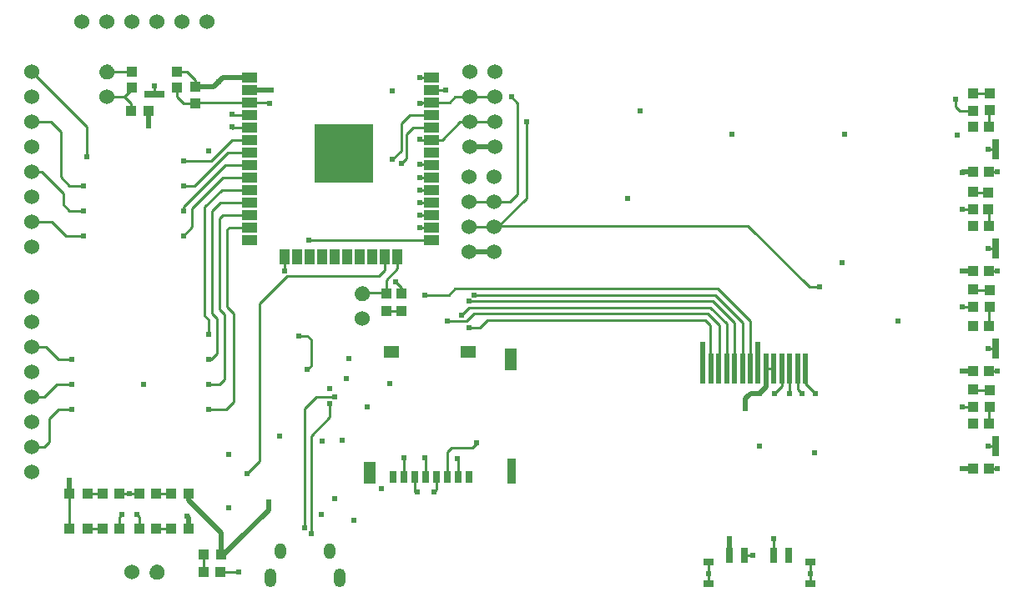
<source format=gtl>
G04 Layer: TopLayer*
G04 EasyEDA v6.5.39, 2024-01-10 14:41:16*
G04 52a2ae1d1fff4fd0b89a8512cd0fdb0d,3d9c8b04885e45b7839bd8e85c0fd600,10*
G04 Gerber Generator version 0.2*
G04 Scale: 100 percent, Rotated: No, Reflected: No *
G04 Dimensions in millimeters *
G04 leading zeros omitted , absolute positions ,4 integer and 5 decimal *
%FSLAX45Y45*%
%MOMM*%

%AMMACRO1*4,1,4,-0.2501,1.5,0.2501,1.5,0.2501,-1.5,-0.2501,-1.5,-0.2501,1.5,0*%
%AMMACRO2*4,1,4,-0.2499,1.5,0.2499,1.5,0.2499,-1.5,-0.2499,-1.5,-0.2499,1.5,0*%
%ADD10C,0.2540*%
%ADD11C,0.5000*%
%ADD12R,1.0008X1.0998*%
%ADD13R,1.0000X1.1000*%
%ADD14R,0.9906X1.0922*%
%ADD15MACRO1*%
%ADD16MACRO2*%
%ADD17R,1.0922X0.9906*%
%ADD18R,1.1000X1.0000*%
%ADD19R,1.5011X1.0008*%
%ADD20R,1.0008X1.5011*%
%ADD21R,5.9995X5.9995*%
%ADD22R,0.8000X1.2400*%
%ADD23R,0.9500X2.5000*%
%ADD24R,1.1500X2.2000*%
%ADD25R,1.5000X1.1500*%
%ADD26R,0.7000X1.5000*%
%ADD27R,1.0000X0.8000*%
%ADD28R,1.0000X1.0000*%
%ADD29R,2.0000X0.7000*%
%ADD30R,0.7000X2.0000*%
%ADD31O,1.199896X1.5999968*%
%ADD32O,1.199896X1.8999962*%
%ADD33C,1.5240*%
%ADD34C,0.6096*%
%ADD35C,0.3000*%
%ADD36C,0.0153*%

%LPD*%
D10*
X5613400Y801623D02*
G01*
X5474715Y801623D01*
X5435600Y840739D01*
X5435600Y916939D01*
D11*
X-3556000Y-2946400D02*
G01*
X-3554374Y-2948025D01*
X-3554374Y-3083560D01*
X-2345689Y-3439160D02*
G01*
X-2345689Y-3331210D01*
X-2362200Y-3314700D01*
X-2755900Y647700D02*
G01*
X-2750286Y653313D01*
X-2750286Y800735D01*
X762000Y434339D02*
G01*
X508000Y434339D01*
X749300Y-632460D02*
G01*
X495300Y-632460D01*
X-1511300Y1016000D02*
G01*
X-1729740Y1016000D01*
X3327400Y-2095500D02*
G01*
X3302000Y-2120900D01*
X3302000Y-2222500D01*
X3441700Y-2067560D02*
G01*
X3355340Y-2067560D01*
X3327400Y-2095500D01*
X3136900Y-3543300D02*
G01*
X3141700Y-3548100D01*
X3141700Y-3715763D01*
X5499100Y177800D02*
G01*
X5500243Y178943D01*
X5611495Y178943D01*
X5499100Y-825500D02*
G01*
X5500243Y-824356D01*
X5611495Y-824356D01*
X5499100Y-1841500D02*
G01*
X5500243Y-1840356D01*
X5611495Y-1840356D01*
X5499100Y-2832100D02*
G01*
X5500243Y-2830956D01*
X5611495Y-2830956D01*
X-2345689Y-3083560D02*
G01*
X-2345689Y-3153410D01*
X-2018284Y-3480815D01*
X-2018284Y-3705860D01*
D10*
X-358140Y-683260D02*
G01*
X-358140Y-815339D01*
X-419100Y-876300D01*
X-1346200Y-876300D01*
X-1625600Y-1155700D01*
X-1625600Y-2755900D01*
X-1752600Y-2882900D01*
X119379Y-508000D02*
G01*
X-1130300Y-508000D01*
X495300Y-1397000D02*
G01*
X607059Y-1397000D01*
X683259Y-1320800D01*
X2895600Y-1320800D01*
X2946400Y-1371600D01*
X2946400Y-1809750D01*
X2950972Y-1814322D01*
X279400Y-1333500D02*
G01*
X469900Y-1333500D01*
X546100Y-1257300D01*
X2921000Y-1257300D01*
X3035300Y-1371600D01*
X3035300Y-1810004D01*
X3030981Y-1814322D01*
X419100Y-1270000D02*
G01*
X495300Y-1193800D01*
X2946400Y-1193800D01*
X3111500Y-1358900D01*
X3111500Y-1814322D01*
X495300Y-1130300D02*
G01*
X2971800Y-1130300D01*
X3187700Y-1346200D01*
X3187700Y-1811273D01*
X3191002Y-1814322D01*
X546100Y-1066800D02*
G01*
X2997200Y-1066800D01*
X3276600Y-1346200D01*
X3276600Y-1808734D01*
X3271011Y-1814322D01*
X50800Y-1066800D02*
G01*
X292100Y-1066800D01*
X355600Y-1003300D01*
X3022600Y-1003300D01*
X3352800Y-1333500D01*
X3352800Y-1814322D01*
X571500Y-2565400D02*
G01*
X571500Y-2578100D01*
X533400Y-2616200D01*
X317500Y-2616200D01*
X275081Y-2658618D01*
X275081Y-2918460D01*
X381000Y-2730500D02*
G01*
X385292Y-2734792D01*
X385292Y-2918460D01*
X50800Y-2717800D02*
G01*
X55295Y-2722295D01*
X55295Y-2918460D01*
X-165100Y-2717800D02*
G01*
X-164693Y-2718206D01*
X-164693Y-2918460D01*
X-342900Y-1054100D02*
G01*
X-342900Y-914400D01*
X-231140Y-802639D01*
X-231140Y-683260D01*
X-190500Y-1057910D02*
G01*
X-190500Y-990600D01*
X-254000Y-927100D01*
X119379Y-381000D02*
G01*
X0Y-381000D01*
X119379Y-254000D02*
G01*
X0Y-254000D01*
X119379Y-127000D02*
G01*
X0Y-127000D01*
X119379Y0D02*
G01*
X0Y0D01*
X119379Y127000D02*
G01*
X0Y127000D01*
X119385Y253997D02*
G01*
X116842Y256539D01*
X0Y256539D01*
X119379Y1016000D02*
G01*
X264159Y1016000D01*
X-1524000Y878839D02*
G01*
X-1534157Y888997D01*
X-1729742Y888997D01*
X-190500Y269239D02*
G01*
X-139700Y320039D01*
X-139700Y561339D01*
X-66040Y635000D01*
X119379Y635000D01*
X119379Y762000D02*
G01*
X-104140Y762000D01*
X-190500Y675639D01*
X-190500Y396239D01*
X-279400Y307339D01*
X-1374140Y-683260D02*
G01*
X-1374140Y-822960D01*
X119379Y1143000D02*
G01*
X0Y1143000D01*
X-1143000Y-1826260D02*
G01*
X-1104900Y-1788160D01*
X-1104900Y-1521460D01*
X-1143000Y-1483360D01*
X-1231900Y-1483360D01*
X-3049092Y-3439160D02*
G01*
X-3049092Y-3325952D01*
X-3022600Y-3299460D01*
X-2850972Y-3439160D02*
G01*
X-2850972Y-3318687D01*
X-2870200Y-3299460D01*
X-1103375Y-3489960D02*
G01*
X-1103375Y-2497836D01*
X-914400Y-2308860D01*
X-914400Y-2169160D01*
X-1168400Y-3429000D02*
G01*
X-1168400Y-2219960D01*
X-1054100Y-2105660D01*
X-863600Y-2105660D01*
X-1841500Y-3883660D02*
G01*
X-2023110Y-3883660D01*
D11*
X-1866900Y-3578860D02*
G01*
X-1993900Y-3705860D01*
X-2018284Y-3705860D01*
X-1536700Y-3172460D02*
G01*
X-1536700Y-3251200D01*
X-1864360Y-3578860D01*
X-1866900Y-3578860D01*
D10*
X-54711Y-2918460D02*
G01*
X-54711Y-3066948D01*
X-50800Y-3070860D01*
X-27942Y-3070860D01*
X165303Y-2918460D02*
G01*
X165303Y-3045256D01*
X139700Y-3070860D01*
X-2692400Y965835D02*
G01*
X-2692400Y1056639D01*
D11*
X-2044700Y1094739D02*
G01*
X-2095500Y1043939D01*
X-2279980Y1043939D01*
X-1729740Y1143000D02*
G01*
X-1996439Y1143000D01*
X-2044700Y1094739D01*
D10*
X-2680792Y-3083560D02*
G01*
X-2525674Y-3083560D01*
X-2198192Y-3705860D02*
G01*
X-2193287Y-3710764D01*
X-2193287Y-3883660D01*
X-342900Y-1043373D02*
G01*
X-572355Y-1043373D01*
X-584200Y-1055217D01*
X-2462403Y1198244D02*
G01*
X-2362200Y1198244D01*
X-2279980Y1116025D01*
X-2279980Y1043939D01*
X-3937000Y-2613660D02*
G01*
X-3810000Y-2613660D01*
X-3759200Y-2562860D01*
X-3759200Y-2321560D01*
X-3670300Y-2232660D01*
X-3530600Y-2232660D01*
X-3937000Y-2105660D02*
G01*
X-3810000Y-2105660D01*
X-3683000Y-1978660D01*
X-3530600Y-1978660D01*
X-3937000Y-1597660D02*
G01*
X-3797300Y-1597660D01*
X-3670300Y-1724660D01*
X-3530600Y-1724660D01*
X-1729740Y-381000D02*
G01*
X-1932939Y-381000D01*
X-1955800Y-403860D01*
X-1955800Y-1191260D01*
X-1892300Y-1254760D01*
X-1892300Y-2156460D01*
X-1968500Y-2232660D01*
X-2146300Y-2232660D01*
X-1729740Y-254000D02*
G01*
X-1996439Y-254000D01*
X-2032000Y-289560D01*
X-2032000Y-1216660D01*
X-1981200Y-1267460D01*
X-1981200Y-1927860D01*
X-2032000Y-1978660D01*
X-2146300Y-1978660D01*
X-1729740Y-127000D02*
G01*
X-2021839Y-127000D01*
X-2108200Y-213360D01*
X-2108200Y-1254760D01*
X-2057400Y-1305560D01*
X-2057400Y-1661160D01*
X-2120900Y-1724660D01*
X-2146300Y-1724660D01*
X5843904Y-2600960D02*
G01*
X5765800Y-2600960D01*
X5843904Y408939D02*
G01*
X5765800Y408939D01*
X5843904Y-594360D02*
G01*
X5765800Y-594360D01*
X5843904Y-1610360D02*
G01*
X5765800Y-1610360D01*
X5613400Y-2207260D02*
G01*
X5499100Y-2207260D01*
X5613400Y-201777D02*
G01*
X5499100Y-201777D01*
X5613400Y-1191260D02*
G01*
X5499100Y-1191260D01*
X3291687Y-3715765D02*
G01*
X3378200Y-3715765D01*
X2926689Y-3896360D02*
G01*
X2926689Y-4000754D01*
X2926689Y-3780764D02*
G01*
X2926689Y-3896360D01*
X3956684Y-3896360D02*
G01*
X3956684Y-4000754D01*
X3956684Y-3780764D02*
G01*
X3956684Y-3896360D01*
X3591686Y-3715765D02*
G01*
X3591686Y-3540760D01*
D11*
X2870911Y-1814347D02*
G01*
X2870911Y-1572260D01*
X3430904Y-1814347D02*
G01*
X3430904Y-1572260D01*
X3510889Y-1814347D02*
G01*
X3510889Y-1998370D01*
X3441700Y-2067560D01*
D10*
X3590899Y-1814347D02*
G01*
X3510889Y-1814347D01*
X3670909Y-1814347D02*
G01*
X3670300Y-1991360D01*
X3594100Y-2067560D01*
X3750894Y-1814347D02*
G01*
X3750894Y-2067560D01*
X3830904Y-1814347D02*
G01*
X3830904Y-2024964D01*
X3873500Y-2067560D01*
X3910888Y-1814347D02*
G01*
X3910888Y-1965248D01*
X4013200Y-2067560D01*
X5771515Y-2830956D02*
G01*
X5854700Y-2830956D01*
X5771515Y-1840356D02*
G01*
X5854700Y-1840356D01*
X5771515Y-824356D02*
G01*
X5854700Y-824356D01*
X5771515Y178943D02*
G01*
X5854700Y178943D01*
X5778500Y-2203450D02*
G01*
X5771515Y-2210435D01*
X5771515Y-2370963D01*
X5613400Y-2027250D02*
G01*
X5619419Y-2033270D01*
X5778500Y-2033270D01*
X5778500Y-1186357D02*
G01*
X5771515Y-1193342D01*
X5771515Y-1380363D01*
X5613400Y-1011250D02*
G01*
X5618327Y-1016177D01*
X5778500Y-1016177D01*
X5765800Y-196850D02*
G01*
X5771515Y-202564D01*
X5771515Y-364363D01*
X5613400Y-21767D02*
G01*
X5618302Y-26670D01*
X5765800Y-26670D01*
X5778500Y806450D02*
G01*
X5771515Y799464D01*
X5771515Y638936D01*
X5613400Y981532D02*
G01*
X5618302Y976629D01*
X5778500Y976629D01*
X800173Y-365686D02*
G01*
X3327326Y-365686D01*
X3949700Y-988060D01*
X4051300Y-988060D01*
X749300Y-378460D02*
G01*
X495300Y-378460D01*
X749300Y-124460D02*
G01*
X495300Y-124460D01*
X1079500Y688339D02*
G01*
X1079500Y-86360D01*
X787400Y-378460D01*
X749300Y-378460D01*
X927100Y942339D02*
G01*
X990600Y878839D01*
X990600Y-48260D01*
X914400Y-124460D01*
X749300Y-124460D01*
X508000Y688339D02*
G01*
X762000Y688339D01*
X508000Y942339D02*
G01*
X762000Y942339D01*
X508000Y688339D02*
G01*
X406400Y688339D01*
X226059Y508000D01*
X119379Y508000D01*
X508000Y942339D02*
G01*
X355600Y942339D01*
X302259Y889000D01*
X119379Y889000D01*
X12700Y510539D02*
G01*
X15240Y508000D01*
X119379Y508000D01*
X12700Y878839D02*
G01*
X22859Y889000D01*
X119379Y889000D01*
X-3416300Y-467360D02*
G01*
X-3594100Y-467360D01*
X-3733800Y-327660D01*
X-3937000Y-327660D01*
X-3416300Y-213360D02*
G01*
X-3556000Y-213360D01*
X-3619500Y-149860D01*
X-3619500Y-35560D01*
X-3835400Y180339D01*
X-3937000Y180339D01*
X-3416300Y40639D02*
G01*
X-3556000Y40639D01*
X-3644900Y129539D01*
X-3644900Y586739D01*
X-3746500Y688339D01*
X-3937000Y688339D01*
X-3378200Y332739D02*
G01*
X-3378200Y637539D01*
X-3937000Y1196339D01*
X-2400300Y-467360D02*
G01*
X-2311400Y-378460D01*
X-2311400Y-187960D01*
X-1996439Y127000D01*
X-1729740Y127000D01*
X-1905000Y624839D02*
G01*
X-1894839Y635000D01*
X-1729740Y635000D01*
X-1905000Y764539D02*
G01*
X-1902460Y762000D01*
X-1729740Y762000D01*
X-2279980Y876300D02*
G01*
X-2267280Y889000D01*
X-1729740Y889000D01*
X-2462403Y1038225D02*
G01*
X-2462403Y942339D01*
X-2396362Y876300D01*
X-2279980Y876300D01*
X-2997200Y942339D02*
G01*
X-2930296Y875436D01*
X-2930296Y800735D01*
X-3175000Y942339D02*
G01*
X-2997200Y942339D01*
X-2922396Y1017143D01*
X-2922396Y1038225D01*
X-3175000Y1196339D02*
G01*
X-2922270Y1198118D01*
X-342900Y-1234132D02*
G01*
X-336859Y-1228087D01*
X-190500Y-1228087D01*
X-2525674Y-3439160D02*
G01*
X-2680792Y-3439160D01*
X-3374392Y-3439160D02*
G01*
X-3219269Y-3439160D01*
X-3554374Y-3083560D02*
G01*
X-3554374Y-3439160D01*
X-3374392Y-3083560D02*
G01*
X-3219269Y-3083560D01*
X-3049092Y-3083560D02*
G01*
X-2946400Y-3083560D01*
X-2946400Y-3083560D02*
G01*
X-2850969Y-3083560D01*
X-2400300Y40639D02*
G01*
X-2286000Y40639D01*
X-1945639Y381000D01*
X-1729740Y381000D01*
X-2400300Y-213360D02*
G01*
X-2400300Y-175260D01*
X-1971039Y254000D01*
X-1729740Y254000D01*
X-2400300Y294639D02*
G01*
X-2120900Y294639D01*
X-1907539Y508000D01*
X-1729740Y508000D01*
X-1729740Y0D02*
G01*
X-2009139Y0D01*
X-2184400Y-175260D01*
X-2184400Y-1280160D01*
X-2146300Y-1318260D01*
X-2146300Y-1470660D01*
D12*
G01*
X-2279980Y1043939D03*
G01*
X-2279980Y876300D03*
D13*
G01*
X-2750286Y800735D03*
G01*
X-2930296Y800735D03*
D14*
G01*
X-190500Y-1228089D03*
G01*
X-190500Y-1057910D03*
G01*
X5778500Y806450D03*
G01*
X5778500Y976629D03*
D15*
G01*
X2870898Y-1814360D03*
D16*
G01*
X2950895Y-1814360D03*
G01*
X3030905Y-1814360D03*
D15*
G01*
X3110903Y-1814360D03*
D16*
G01*
X3190900Y-1814360D03*
D15*
G01*
X3270897Y-1814360D03*
D16*
G01*
X3350894Y-1814360D03*
G01*
X3430905Y-1814360D03*
D15*
G01*
X3510902Y-1814360D03*
D16*
G01*
X3590899Y-1814360D03*
D15*
G01*
X3670896Y-1814360D03*
D16*
G01*
X3750894Y-1814360D03*
G01*
X3830904Y-1814360D03*
D15*
G01*
X3910901Y-1814360D03*
D17*
G01*
X-2680792Y-3439160D03*
G01*
X-2850972Y-3439160D03*
G01*
X-3219272Y-3439160D03*
G01*
X-3049092Y-3439160D03*
D18*
G01*
X-342900Y-1234135D03*
G01*
X-342900Y-1054125D03*
D17*
G01*
X-3219272Y-3083560D03*
G01*
X-3049092Y-3083560D03*
G01*
X-2680792Y-3083560D03*
G01*
X-2850972Y-3083560D03*
D19*
G01*
X-1729740Y762000D03*
G01*
X-1729740Y635000D03*
G01*
X-1729740Y508000D03*
G01*
X-1729740Y381000D03*
G01*
X-1729740Y254000D03*
G01*
X-1729740Y127000D03*
G01*
X-1729740Y0D03*
G01*
X-1729740Y-127000D03*
D20*
G01*
X-231140Y-683260D03*
D19*
G01*
X119379Y-508000D03*
G01*
X119379Y-381000D03*
G01*
X119379Y-254000D03*
G01*
X119379Y-127000D03*
G01*
X119379Y0D03*
G01*
X119379Y127000D03*
G01*
X119379Y254000D03*
D20*
G01*
X-1120140Y-683260D03*
D19*
G01*
X-1729740Y-254000D03*
G01*
X-1729740Y-381000D03*
G01*
X-1729740Y-508000D03*
D20*
G01*
X-1374140Y-683260D03*
G01*
X-1247140Y-683260D03*
D19*
G01*
X-1729740Y889000D03*
G01*
X-1729740Y1016000D03*
G01*
X-1729740Y1143000D03*
D20*
G01*
X-993140Y-683260D03*
G01*
X-866140Y-683260D03*
G01*
X-739140Y-683260D03*
G01*
X-358140Y-683260D03*
G01*
X-485140Y-683260D03*
G01*
X-612140Y-683260D03*
D19*
G01*
X119379Y381000D03*
G01*
X119379Y508000D03*
G01*
X119379Y635000D03*
G01*
X119379Y762000D03*
G01*
X119379Y889000D03*
G01*
X119379Y1016000D03*
G01*
X119379Y1143000D03*
D21*
G01*
X-774700Y370839D03*
D17*
G01*
X-2193289Y-3883660D03*
G01*
X-2023110Y-3883660D03*
D13*
G01*
X-2525674Y-3439160D03*
G01*
X-2345689Y-3439160D03*
G01*
X-3374389Y-3439160D03*
G01*
X-3554374Y-3439160D03*
D22*
G01*
X495300Y-2918460D03*
G01*
X385292Y-2918460D03*
G01*
X275209Y-2918460D03*
G01*
X165303Y-2918460D03*
G01*
X55295Y-2918460D03*
G01*
X-54711Y-2918460D03*
G01*
X-164693Y-2918460D03*
G01*
X-274700Y-2918460D03*
D23*
G01*
X929792Y-2855468D03*
D24*
G01*
X-509193Y-2870454D03*
G01*
X919810Y-1722475D03*
D25*
G01*
X489305Y-1642973D03*
G01*
X-289712Y-1642973D03*
D26*
G01*
X3141700Y-3715765D03*
G01*
X3291687Y-3715765D03*
G01*
X3591686Y-3715765D03*
G01*
X3741699Y-3715765D03*
D27*
G01*
X2926689Y-3780764D03*
G01*
X2926689Y-4000754D03*
G01*
X3956684Y-4000754D03*
G01*
X3956684Y-3780764D03*
D18*
G01*
X5613400Y801522D03*
G01*
X5613400Y981532D03*
D14*
G01*
X5765800Y-196850D03*
G01*
X5765800Y-26670D03*
G01*
X5778500Y-1186357D03*
G01*
X5778500Y-1016177D03*
G01*
X5778500Y-2203450D03*
G01*
X5778500Y-2033270D03*
D18*
G01*
X5613400Y-201777D03*
G01*
X5613400Y-21767D03*
G01*
X5613400Y-1191260D03*
G01*
X5613400Y-1011250D03*
G01*
X5613400Y-2207260D03*
G01*
X5613400Y-2027250D03*
D28*
G01*
X-2462403Y1038225D03*
G01*
X-2922396Y1038225D03*
G01*
X-2462403Y1198244D03*
G01*
X-2922396Y1198244D03*
D29*
G01*
X-2692400Y965835D03*
D28*
G01*
X5771515Y638936D03*
G01*
X5771515Y178943D03*
G01*
X5611495Y638936D03*
G01*
X5611495Y178943D03*
D30*
G01*
X5843904Y408939D03*
D28*
G01*
X5771515Y-364363D03*
G01*
X5771515Y-824356D03*
G01*
X5611495Y-364363D03*
G01*
X5611495Y-824356D03*
D30*
G01*
X5843904Y-594360D03*
D28*
G01*
X5771515Y-1380363D03*
G01*
X5771515Y-1840356D03*
G01*
X5611495Y-1380363D03*
G01*
X5611495Y-1840356D03*
D30*
G01*
X5843904Y-1610360D03*
D28*
G01*
X5771515Y-2370963D03*
G01*
X5771515Y-2830956D03*
G01*
X5611495Y-2370963D03*
G01*
X5611495Y-2830956D03*
D30*
G01*
X5843904Y-2600960D03*
D13*
G01*
X-2018182Y-3705860D03*
G01*
X-2198192Y-3705860D03*
G01*
X-2525674Y-3083560D03*
G01*
X-2345689Y-3083560D03*
G01*
X-3374389Y-3083560D03*
G01*
X-3554374Y-3083560D03*
D31*
G01*
X-918463Y-3673475D03*
G01*
X-1418336Y-3673475D03*
D32*
G01*
X-1518411Y-3941445D03*
G01*
X-818388Y-3941445D03*
D33*
G01*
X-2667000Y1704339D03*
G01*
X-2413000Y1704339D03*
G01*
X-2159000Y1704339D03*
G36*
X-2590822Y-3885559D02*
G01*
X-2591391Y-3893134D01*
X-2592710Y-3900617D01*
X-2594767Y-3907929D01*
X-2597543Y-3915001D01*
X-2601008Y-3921760D01*
X-2605130Y-3928140D01*
X-2609867Y-3934081D01*
X-2615171Y-3939519D01*
X-2620990Y-3944401D01*
X-2627266Y-3948681D01*
X-2633936Y-3952313D01*
X-2640937Y-3955265D01*
X-2648196Y-3957502D01*
X-2655643Y-3959009D01*
X-2663202Y-3959766D01*
X-2670797Y-3959766D01*
X-2678356Y-3959009D01*
X-2685803Y-3957502D01*
X-2693062Y-3955265D01*
X-2700063Y-3952313D01*
X-2706733Y-3948681D01*
X-2713009Y-3944401D01*
X-2718828Y-3939519D01*
X-2724132Y-3934081D01*
X-2728869Y-3928140D01*
X-2732991Y-3921760D01*
X-2736456Y-3915001D01*
X-2739232Y-3907929D01*
X-2741289Y-3900617D01*
X-2742608Y-3893134D01*
X-2743177Y-3885559D01*
X-2742986Y-3877965D01*
X-2742041Y-3870429D01*
X-2740352Y-3863022D01*
X-2737932Y-3855821D01*
X-2734807Y-3848897D01*
X-2731010Y-3842318D01*
X-2726575Y-3836149D01*
X-2721549Y-3830454D01*
X-2715981Y-3825288D01*
X-2709926Y-3820701D01*
X-2703443Y-3816738D01*
X-2696598Y-3813444D01*
X-2689461Y-3810845D01*
X-2682097Y-3808971D01*
X-2674586Y-3807838D01*
X-2667000Y-3807460D01*
X-2659413Y-3807838D01*
X-2651902Y-3808971D01*
X-2644538Y-3810845D01*
X-2637401Y-3813444D01*
X-2630556Y-3816738D01*
X-2624073Y-3820701D01*
X-2618018Y-3825288D01*
X-2612450Y-3830454D01*
X-2607424Y-3836149D01*
X-2602989Y-3842318D01*
X-2599192Y-3848897D01*
X-2596067Y-3855821D01*
X-2593647Y-3863022D01*
X-2591958Y-3870429D01*
X-2591013Y-3877965D01*
G37*
G01*
X-2921000Y-3883660D03*
G01*
X762000Y434339D03*
G01*
X762000Y688339D03*
G01*
X762000Y942339D03*
G01*
X762000Y1196339D03*
G01*
X749300Y-632460D03*
G01*
X749300Y-378460D03*
G01*
X749300Y-124460D03*
G01*
X749300Y129539D03*
G01*
X495300Y-632460D03*
G01*
X495300Y-378460D03*
G01*
X495300Y-124460D03*
G01*
X495300Y129539D03*
G01*
X508000Y434339D03*
G01*
X508000Y688339D03*
G01*
X508000Y942339D03*
G01*
X508000Y1196339D03*
G01*
X-3937000Y-581660D03*
G01*
X-3937000Y-327660D03*
G01*
X-3937000Y-73660D03*
G01*
X-3937000Y180339D03*
G01*
X-3937000Y434339D03*
G01*
X-3937000Y688339D03*
G01*
X-3937000Y942339D03*
G01*
X-3937000Y1196339D03*
G01*
X-3937000Y-1089660D03*
G01*
X-3937000Y-1343660D03*
G01*
X-3937000Y-1597660D03*
G01*
X-3937000Y-1851660D03*
G01*
X-3937000Y-2105660D03*
G01*
X-3937000Y-2359660D03*
G01*
X-3937000Y-2613660D03*
G01*
X-3937000Y-2867660D03*
G36*
X-3173100Y1272517D02*
G01*
X-3165525Y1271948D01*
X-3158042Y1270629D01*
X-3150730Y1268572D01*
X-3143658Y1265796D01*
X-3136900Y1262331D01*
X-3130519Y1258209D01*
X-3124578Y1253472D01*
X-3119140Y1248168D01*
X-3114258Y1242349D01*
X-3109978Y1236073D01*
X-3106346Y1229403D01*
X-3103394Y1222402D01*
X-3101157Y1215143D01*
X-3099650Y1207696D01*
X-3098893Y1200137D01*
X-3098893Y1192542D01*
X-3099650Y1184983D01*
X-3101157Y1177536D01*
X-3103394Y1170277D01*
X-3106346Y1163276D01*
X-3109978Y1156606D01*
X-3114258Y1150330D01*
X-3119140Y1144511D01*
X-3124578Y1139207D01*
X-3130519Y1134470D01*
X-3136900Y1130348D01*
X-3143658Y1126883D01*
X-3150730Y1124107D01*
X-3158042Y1122050D01*
X-3165525Y1120731D01*
X-3173100Y1120162D01*
X-3180694Y1120353D01*
X-3188230Y1121298D01*
X-3195637Y1122987D01*
X-3202838Y1125407D01*
X-3209762Y1128532D01*
X-3216341Y1132329D01*
X-3222510Y1136764D01*
X-3228205Y1141790D01*
X-3233371Y1147358D01*
X-3237958Y1153413D01*
X-3241921Y1159896D01*
X-3245215Y1166741D01*
X-3247814Y1173878D01*
X-3249688Y1181242D01*
X-3250821Y1188753D01*
X-3251200Y1196339D01*
X-3250821Y1203926D01*
X-3249688Y1211437D01*
X-3247814Y1218801D01*
X-3245215Y1225938D01*
X-3241921Y1232783D01*
X-3237958Y1239265D01*
X-3233371Y1245321D01*
X-3228205Y1250889D01*
X-3222510Y1255915D01*
X-3216341Y1260350D01*
X-3209762Y1264147D01*
X-3202838Y1267272D01*
X-3195637Y1269692D01*
X-3188230Y1271381D01*
X-3180694Y1272326D01*
G37*
G01*
X-3175000Y942339D03*
G01*
X-3429000Y1704339D03*
G01*
X-3175000Y1704339D03*
G01*
X-2921000Y1704339D03*
G36*
X-582300Y-979040D02*
G01*
X-574725Y-979609D01*
X-567242Y-980927D01*
X-559930Y-982985D01*
X-552858Y-985761D01*
X-546100Y-989225D01*
X-539719Y-993348D01*
X-533778Y-998085D01*
X-528340Y-1003388D01*
X-523458Y-1009208D01*
X-519178Y-1015484D01*
X-515546Y-1022154D01*
X-512594Y-1029154D01*
X-510357Y-1036413D01*
X-508850Y-1043861D01*
X-508093Y-1051420D01*
X-508093Y-1059014D01*
X-508850Y-1066573D01*
X-510357Y-1074021D01*
X-512594Y-1081280D01*
X-515546Y-1088280D01*
X-519178Y-1094950D01*
X-523458Y-1101227D01*
X-528340Y-1107046D01*
X-533778Y-1112349D01*
X-539719Y-1117086D01*
X-546100Y-1121209D01*
X-552858Y-1124673D01*
X-559930Y-1127450D01*
X-567242Y-1129507D01*
X-574725Y-1130825D01*
X-582300Y-1131394D01*
X-589894Y-1131204D01*
X-597430Y-1130259D01*
X-604837Y-1128570D01*
X-612038Y-1126149D01*
X-618962Y-1123025D01*
X-625541Y-1119228D01*
X-631710Y-1114793D01*
X-637405Y-1109766D01*
X-642571Y-1104198D01*
X-647158Y-1098143D01*
X-651121Y-1091661D01*
X-654415Y-1084816D01*
X-657014Y-1077678D01*
X-658888Y-1070315D01*
X-660021Y-1062804D01*
X-660400Y-1055217D01*
X-660021Y-1047630D01*
X-658888Y-1040119D01*
X-657014Y-1032756D01*
X-654415Y-1025618D01*
X-651121Y-1018773D01*
X-647158Y-1012291D01*
X-642571Y-1006236D01*
X-637405Y-1000668D01*
X-631710Y-995641D01*
X-625541Y-991207D01*
X-618962Y-987409D01*
X-612038Y-984285D01*
X-604837Y-981864D01*
X-597430Y-980175D01*
X-589894Y-979230D01*
G37*
G01*
X-584200Y-1309217D03*
D34*
G01*
X-1905000Y764539D03*
G01*
X-1905000Y637539D03*
G01*
X-2400300Y294639D03*
G01*
X-2400300Y40639D03*
G01*
X-2400300Y-213360D03*
G01*
X-2400300Y-467360D03*
G01*
X-3416300Y40639D03*
G01*
X-3416300Y-213360D03*
G01*
X-3416300Y-467360D03*
G01*
X-3378200Y332739D03*
G01*
X0Y878839D03*
G01*
X0Y510539D03*
G01*
X927100Y942339D03*
G01*
X1079500Y688339D03*
G01*
X4051300Y-988060D03*
G01*
X5854700Y-2830956D03*
G01*
X5854700Y-1840356D03*
G01*
X5854700Y-824356D03*
G01*
X5854700Y178943D03*
G01*
X4013200Y-2067560D03*
G01*
X3873500Y-2067560D03*
G01*
X3750894Y-2067560D03*
G01*
X3594100Y-2067560D03*
G01*
X3441700Y-2067560D03*
G01*
X3430904Y-1572260D03*
G01*
X2870911Y-1572260D03*
G01*
X3591686Y-3540760D03*
G01*
X3956684Y-3896360D03*
G01*
X2926689Y-3896360D03*
G01*
X3378200Y-3715765D03*
G01*
X3441700Y-2600960D03*
G01*
X4305300Y561339D03*
G01*
X4851400Y-1330960D03*
G01*
X5435600Y916939D03*
G01*
X5499100Y-201777D03*
G01*
X5499100Y-1191260D03*
G01*
X5499100Y-2207260D03*
G01*
X5765800Y-2600960D03*
G01*
X5765800Y-1610360D03*
G01*
X5765800Y-594360D03*
G01*
X5765800Y408939D03*
G01*
X2108200Y-86360D03*
G01*
X-2146300Y-1470660D03*
G01*
X-2146300Y-1724660D03*
G01*
X-2146300Y-1978660D03*
G01*
X-2146300Y-2232660D03*
G01*
X-3530600Y-1724660D03*
G01*
X-3530600Y-1978660D03*
G01*
X-3530600Y-2232660D03*
G01*
X-2806700Y-1978660D03*
G01*
X-2946400Y-3083560D03*
G01*
X-2146300Y393700D03*
G01*
X-2044700Y1094739D03*
G01*
X-2692400Y1056639D03*
G01*
X-1943100Y-2689860D03*
G01*
X-1943100Y-3225800D03*
G01*
X-1003300Y-3299460D03*
G01*
X-673100Y-3352800D03*
G01*
X139700Y-3070860D03*
G01*
X-27940Y-3070860D03*
G01*
X-1422400Y-2499360D03*
G01*
X-387350Y-3039110D03*
G01*
X-914400Y-2016760D03*
G01*
X-533400Y-2207260D03*
G01*
X-792479Y-2545080D03*
G01*
X-723900Y-1711960D03*
G01*
X-1536700Y-3172460D03*
G01*
X-1841500Y-3883660D03*
G01*
X-1103375Y-3489960D03*
G01*
X-1168400Y-3429000D03*
G01*
X-863600Y-2105660D03*
G01*
X-914400Y-2169160D03*
G01*
X-2870200Y-3299460D03*
G01*
X-3022600Y-3299460D03*
G01*
X-1143000Y-1826260D03*
G01*
X-1231900Y-1483360D03*
D35*
G01*
X-774700Y370839D03*
D34*
G01*
X0Y1143000D03*
G01*
X-1374140Y-822960D03*
G01*
X-190500Y269239D03*
G01*
X-279400Y307339D03*
G01*
X-1524000Y878839D03*
G01*
X264159Y1016000D03*
G01*
X0Y256539D03*
G01*
X0Y127000D03*
G01*
X0Y0D03*
G01*
X0Y-127000D03*
G01*
X0Y-254000D03*
G01*
X0Y-381000D03*
G01*
X-247650Y-933450D03*
G01*
X381000Y-2730500D03*
G01*
X50800Y-2717800D03*
G01*
X-165100Y-2717800D03*
G01*
X571500Y-2565400D03*
G01*
X419100Y-1270000D03*
G01*
X495300Y-1130300D03*
G01*
X495300Y-1397000D03*
G01*
X279400Y-1333500D03*
G01*
X50800Y-1066800D03*
G01*
X546100Y-1066800D03*
G01*
X-1130300Y-508000D03*
G01*
X-1752600Y-2882900D03*
G01*
X-863600Y-3134360D03*
G01*
X-990600Y-2552700D03*
G01*
X-304800Y-1964029D03*
G01*
X2235200Y800100D03*
G01*
X4279900Y-736600D03*
G01*
X5499100Y177800D03*
G01*
X5499100Y-825500D03*
G01*
X5499100Y-1841500D03*
G01*
X5499100Y-2832100D03*
G01*
X3302000Y-2222500D03*
G01*
X4000500Y-2667000D03*
G01*
X3136900Y-3543300D03*
G01*
X-749300Y-1915160D03*
G01*
X-1511300Y1016000D03*
G01*
X-279400Y1003300D03*
G01*
X-2755900Y647700D03*
G01*
X-2362200Y-3314700D03*
G01*
X-3556000Y-2946400D03*
G01*
X5448300Y558800D03*
G01*
X3162300Y561339D03*
D35*
G01*
X-774700Y469900D03*
G01*
X-774700Y571500D03*
G01*
X-774700Y266700D03*
G01*
X-774700Y152400D03*
G01*
X-660400Y152400D03*
G01*
X-660400Y266700D03*
G01*
X-660400Y370839D03*
G01*
X-660400Y469900D03*
G01*
X-660400Y571500D03*
G01*
X-889000Y152400D03*
G01*
X-889000Y266700D03*
G01*
X-889000Y370839D03*
G01*
X-889000Y469900D03*
G01*
X-889000Y571500D03*
G01*
X-546100Y571500D03*
G01*
X-546100Y469900D03*
G01*
X-546100Y370839D03*
G01*
X-546100Y266700D03*
G01*
X-546100Y152400D03*
G01*
X-1003300Y571500D03*
G01*
X-1003300Y469900D03*
G01*
X-1003300Y370839D03*
G01*
X-1003300Y266700D03*
G01*
X-1003300Y152400D03*
M02*

</source>
